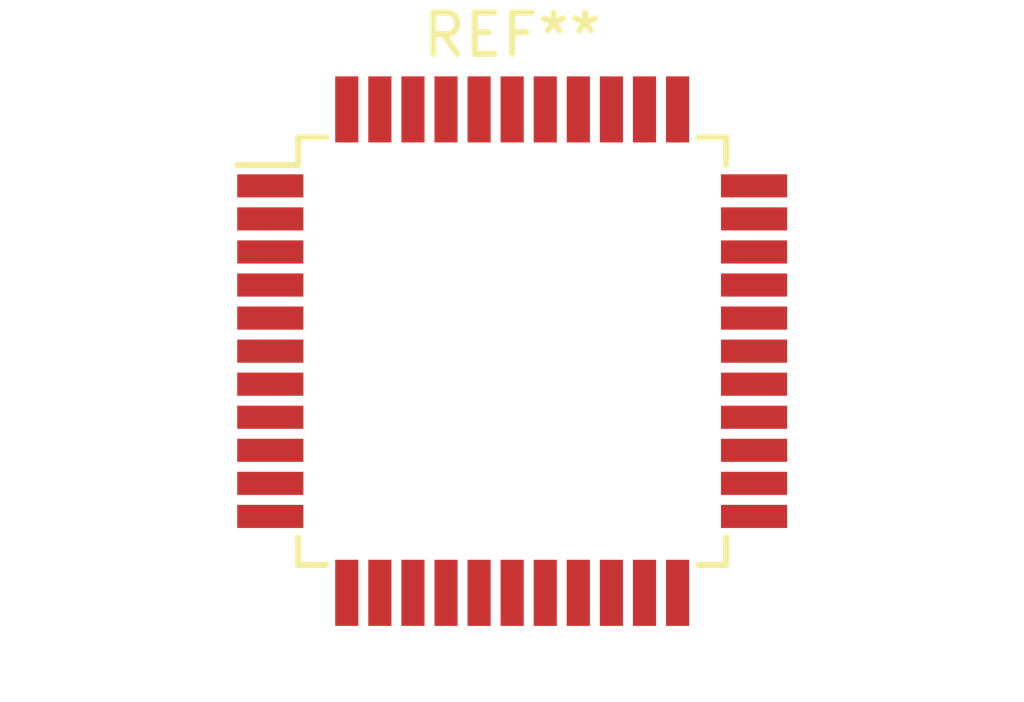
<source format=kicad_pcb>
(kicad_pcb (version 4) (host pcbnew 4.0.1-stable)

  (general
    (links 0)
    (no_connects 0)
    (area 0 0 0 0)
    (thickness 1.6)
    (drawings 0)
    (tracks 0)
    (zones 0)
    (modules 1)
    (nets 1)
  )

  (page A4)
  (layers
    (0 F.Cu signal)
    (31 B.Cu signal)
    (32 B.Adhes user)
    (33 F.Adhes user)
    (34 B.Paste user)
    (35 F.Paste user)
    (36 B.SilkS user)
    (37 F.SilkS user)
    (38 B.Mask user)
    (39 F.Mask user)
    (40 Dwgs.User user)
    (41 Cmts.User user)
    (42 Eco1.User user)
    (43 Eco2.User user)
    (44 Edge.Cuts user)
    (45 Margin user)
    (46 B.CrtYd user)
    (47 F.CrtYd user)
    (48 B.Fab user)
    (49 F.Fab user)
  )

  (setup
    (last_trace_width 0.25)
    (trace_clearance 0.2)
    (zone_clearance 0.508)
    (zone_45_only no)
    (trace_min 0.2)
    (segment_width 0.2)
    (edge_width 0.15)
    (via_size 0.6)
    (via_drill 0.4)
    (via_min_size 0.4)
    (via_min_drill 0.3)
    (uvia_size 0.3)
    (uvia_drill 0.1)
    (uvias_allowed no)
    (uvia_min_size 0.2)
    (uvia_min_drill 0.1)
    (pcb_text_width 0.3)
    (pcb_text_size 1.5 1.5)
    (mod_edge_width 0.15)
    (mod_text_size 1 1)
    (mod_text_width 0.15)
    (pad_size 1.524 1.524)
    (pad_drill 0.762)
    (pad_to_mask_clearance 0.2)
    (aux_axis_origin 0 0)
    (visible_elements FFFFFF7F)
    (pcbplotparams
      (layerselection 0x00030_80000001)
      (usegerberextensions false)
      (excludeedgelayer true)
      (linewidth 0.100000)
      (plotframeref false)
      (viasonmask false)
      (mode 1)
      (useauxorigin false)
      (hpglpennumber 1)
      (hpglpenspeed 20)
      (hpglpendiameter 15)
      (hpglpenoverlay 2)
      (psnegative false)
      (psa4output false)
      (plotreference true)
      (plotvalue true)
      (plotinvisibletext false)
      (padsonsilk false)
      (subtractmaskfromsilk false)
      (outputformat 1)
      (mirror false)
      (drillshape 1)
      (scaleselection 1)
      (outputdirectory ""))
  )

  (net 0 "")

  (net_class Default "This is the default net class."
    (clearance 0.2)
    (trace_width 0.25)
    (via_dia 0.6)
    (via_drill 0.4)
    (uvia_dia 0.3)
    (uvia_drill 0.1)
  )

  (module Housings_QFP:LQFP-44_10x10mm_Pitch0.8mm (layer F.Cu) (tedit 54130A77) (tstamp 5717D43D)
    (at 93.98 86.36)
    (descr "LQFP44 (see Appnote_PCB_Guidelines_TRINAMIC_packages.pdf)")
    (tags "QFP 0.8")
    (attr smd)
    (fp_text reference REF** (at 0 -7.65) (layer F.SilkS)
      (effects (font (size 1 1) (thickness 0.15)))
    )
    (fp_text value LQFP-44_10x10mm_Pitch0.8mm (at 0 7.65) (layer F.Fab)
      (effects (font (size 1 1) (thickness 0.15)))
    )
    (fp_line (start -6.9 -6.9) (end -6.9 6.9) (layer F.CrtYd) (width 0.05))
    (fp_line (start 6.9 -6.9) (end 6.9 6.9) (layer F.CrtYd) (width 0.05))
    (fp_line (start -6.9 -6.9) (end 6.9 -6.9) (layer F.CrtYd) (width 0.05))
    (fp_line (start -6.9 6.9) (end 6.9 6.9) (layer F.CrtYd) (width 0.05))
    (fp_line (start -5.175 -5.175) (end -5.175 -4.505) (layer F.SilkS) (width 0.15))
    (fp_line (start 5.175 -5.175) (end 5.175 -4.505) (layer F.SilkS) (width 0.15))
    (fp_line (start 5.175 5.175) (end 5.175 4.505) (layer F.SilkS) (width 0.15))
    (fp_line (start -5.175 5.175) (end -5.175 4.505) (layer F.SilkS) (width 0.15))
    (fp_line (start -5.175 -5.175) (end -4.505 -5.175) (layer F.SilkS) (width 0.15))
    (fp_line (start -5.175 5.175) (end -4.505 5.175) (layer F.SilkS) (width 0.15))
    (fp_line (start 5.175 5.175) (end 4.505 5.175) (layer F.SilkS) (width 0.15))
    (fp_line (start 5.175 -5.175) (end 4.505 -5.175) (layer F.SilkS) (width 0.15))
    (fp_line (start -5.175 -4.505) (end -6.65 -4.505) (layer F.SilkS) (width 0.15))
    (pad 1 smd rect (at -5.85 -4) (size 1.6 0.56) (layers F.Cu F.Paste F.Mask))
    (pad 2 smd rect (at -5.85 -3.2) (size 1.6 0.56) (layers F.Cu F.Paste F.Mask))
    (pad 3 smd rect (at -5.85 -2.4) (size 1.6 0.56) (layers F.Cu F.Paste F.Mask))
    (pad 4 smd rect (at -5.85 -1.6) (size 1.6 0.56) (layers F.Cu F.Paste F.Mask))
    (pad 5 smd rect (at -5.85 -0.8) (size 1.6 0.56) (layers F.Cu F.Paste F.Mask))
    (pad 6 smd rect (at -5.85 0) (size 1.6 0.56) (layers F.Cu F.Paste F.Mask))
    (pad 7 smd rect (at -5.85 0.8) (size 1.6 0.56) (layers F.Cu F.Paste F.Mask))
    (pad 8 smd rect (at -5.85 1.6) (size 1.6 0.56) (layers F.Cu F.Paste F.Mask))
    (pad 9 smd rect (at -5.85 2.4) (size 1.6 0.56) (layers F.Cu F.Paste F.Mask))
    (pad 10 smd rect (at -5.85 3.2) (size 1.6 0.56) (layers F.Cu F.Paste F.Mask))
    (pad 11 smd rect (at -5.85 4) (size 1.6 0.56) (layers F.Cu F.Paste F.Mask))
    (pad 12 smd rect (at -4 5.85 90) (size 1.6 0.56) (layers F.Cu F.Paste F.Mask))
    (pad 13 smd rect (at -3.2 5.85 90) (size 1.6 0.56) (layers F.Cu F.Paste F.Mask))
    (pad 14 smd rect (at -2.4 5.85 90) (size 1.6 0.56) (layers F.Cu F.Paste F.Mask))
    (pad 15 smd rect (at -1.6 5.85 90) (size 1.6 0.56) (layers F.Cu F.Paste F.Mask))
    (pad 16 smd rect (at -0.8 5.85 90) (size 1.6 0.56) (layers F.Cu F.Paste F.Mask))
    (pad 17 smd rect (at 0 5.85 90) (size 1.6 0.56) (layers F.Cu F.Paste F.Mask))
    (pad 18 smd rect (at 0.8 5.85 90) (size 1.6 0.56) (layers F.Cu F.Paste F.Mask))
    (pad 19 smd rect (at 1.6 5.85 90) (size 1.6 0.56) (layers F.Cu F.Paste F.Mask))
    (pad 20 smd rect (at 2.4 5.85 90) (size 1.6 0.56) (layers F.Cu F.Paste F.Mask))
    (pad 21 smd rect (at 3.2 5.85 90) (size 1.6 0.56) (layers F.Cu F.Paste F.Mask))
    (pad 22 smd rect (at 4 5.85 90) (size 1.6 0.56) (layers F.Cu F.Paste F.Mask))
    (pad 23 smd rect (at 5.85 4) (size 1.6 0.56) (layers F.Cu F.Paste F.Mask))
    (pad 24 smd rect (at 5.85 3.2) (size 1.6 0.56) (layers F.Cu F.Paste F.Mask))
    (pad 25 smd rect (at 5.85 2.4) (size 1.6 0.56) (layers F.Cu F.Paste F.Mask))
    (pad 26 smd rect (at 5.85 1.6) (size 1.6 0.56) (layers F.Cu F.Paste F.Mask))
    (pad 27 smd rect (at 5.85 0.8) (size 1.6 0.56) (layers F.Cu F.Paste F.Mask))
    (pad 28 smd rect (at 5.85 0) (size 1.6 0.56) (layers F.Cu F.Paste F.Mask))
    (pad 29 smd rect (at 5.85 -0.8) (size 1.6 0.56) (layers F.Cu F.Paste F.Mask))
    (pad 30 smd rect (at 5.85 -1.6) (size 1.6 0.56) (layers F.Cu F.Paste F.Mask))
    (pad 31 smd rect (at 5.85 -2.4) (size 1.6 0.56) (layers F.Cu F.Paste F.Mask))
    (pad 32 smd rect (at 5.85 -3.2) (size 1.6 0.56) (layers F.Cu F.Paste F.Mask))
    (pad 33 smd rect (at 5.85 -4) (size 1.6 0.56) (layers F.Cu F.Paste F.Mask))
    (pad 34 smd rect (at 4 -5.85 90) (size 1.6 0.56) (layers F.Cu F.Paste F.Mask))
    (pad 35 smd rect (at 3.2 -5.85 90) (size 1.6 0.56) (layers F.Cu F.Paste F.Mask))
    (pad 36 smd rect (at 2.4 -5.85 90) (size 1.6 0.56) (layers F.Cu F.Paste F.Mask))
    (pad 37 smd rect (at 1.6 -5.85 90) (size 1.6 0.56) (layers F.Cu F.Paste F.Mask))
    (pad 38 smd rect (at 0.8 -5.85 90) (size 1.6 0.56) (layers F.Cu F.Paste F.Mask))
    (pad 39 smd rect (at 0 -5.85 90) (size 1.6 0.56) (layers F.Cu F.Paste F.Mask))
    (pad 40 smd rect (at -0.8 -5.85 90) (size 1.6 0.56) (layers F.Cu F.Paste F.Mask))
    (pad 41 smd rect (at -1.6 -5.85 90) (size 1.6 0.56) (layers F.Cu F.Paste F.Mask))
    (pad 42 smd rect (at -2.4 -5.85 90) (size 1.6 0.56) (layers F.Cu F.Paste F.Mask))
    (pad 43 smd rect (at -3.2 -5.85 90) (size 1.6 0.56) (layers F.Cu F.Paste F.Mask))
    (pad 44 smd rect (at -4 -5.85 90) (size 1.6 0.56) (layers F.Cu F.Paste F.Mask))
    (model Housings_QFP.3dshapes/LQFP-44_10x10mm_Pitch0.8mm.wrl
      (at (xyz 0 0 0))
      (scale (xyz 1 1 1))
      (rotate (xyz 0 0 0))
    )
  )

)

</source>
